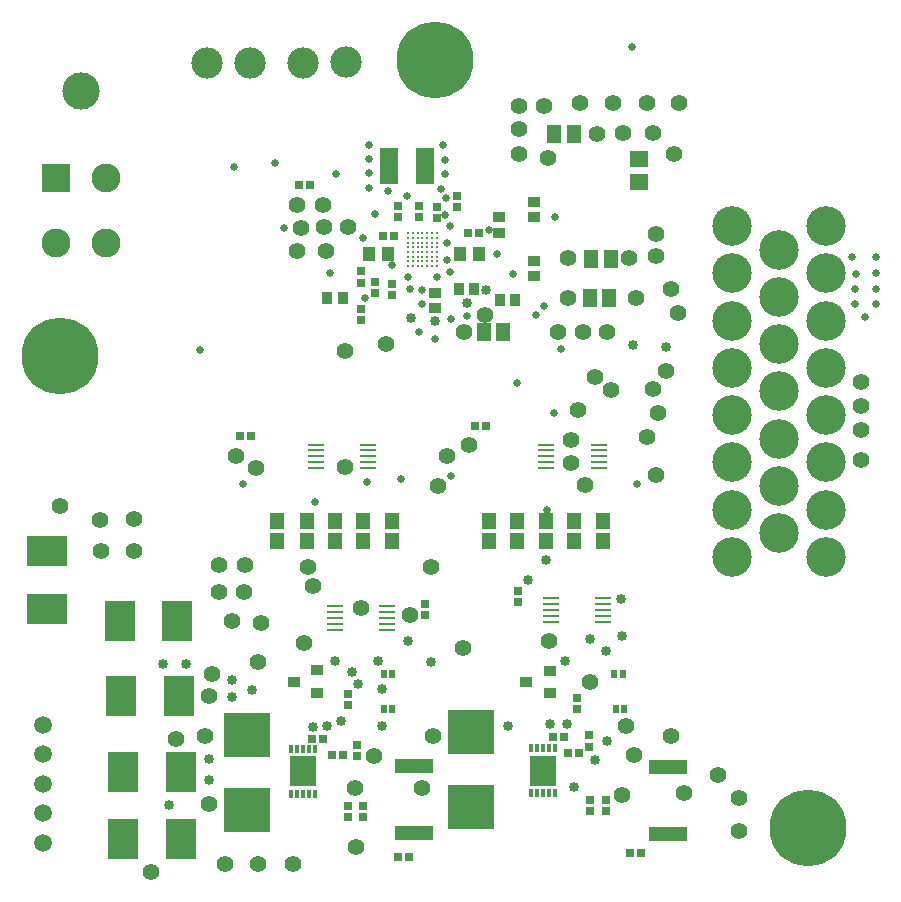
<source format=gts>
G04*
G04 #@! TF.GenerationSoftware,Altium Limited,Altium Designer,20.2.6 (244)*
G04*
G04 Layer_Color=8388736*
%FSLAX43Y43*%
%MOMM*%
G71*
G04*
G04 #@! TF.SameCoordinates,26D22392-77BC-4279-9484-9B9EAB7B2405*
G04*
G04*
G04 #@! TF.FilePolarity,Negative*
G04*
G01*
G75*
%ADD29C,0.279*%
%ADD30R,1.328X0.279*%
%ADD38R,3.208X1.155*%
%ADD39R,2.300X2.600*%
%ADD40R,0.300X0.790*%
%ADD44R,0.700X0.650*%
%ADD45R,1.300X1.500*%
%ADD46R,2.550X3.350*%
%ADD47R,3.900X3.850*%
%ADD48R,0.650X0.700*%
%ADD49R,0.750X0.750*%
%ADD50R,0.730X0.730*%
%ADD51R,0.730X0.730*%
%ADD52R,1.050X0.950*%
%ADD53R,0.500X0.750*%
%ADD54C,0.650*%
%ADD55R,1.000X0.850*%
%ADD56R,0.850X1.000*%
%ADD57R,1.050X1.150*%
%ADD58R,1.600X3.100*%
%ADD59R,1.250X1.400*%
%ADD60R,3.350X2.550*%
%ADD61R,1.650X1.450*%
%ADD62R,2.452X2.452*%
%ADD63C,2.452*%
%ADD64C,3.152*%
%ADD65C,3.350*%
%ADD66C,0.150*%
%ADD67C,6.508*%
%ADD68C,1.499*%
%ADD69C,2.650*%
%ADD70C,0.230*%
%ADD71C,1.420*%
%ADD72C,0.850*%
D29*
X37000Y52400D02*
D03*
X36600D02*
D03*
X36200D02*
D03*
X35800D02*
D03*
X35400D02*
D03*
X35000D02*
D03*
X34600D02*
D03*
X37000Y52800D02*
D03*
X36600D02*
D03*
X36200D02*
D03*
X35800D02*
D03*
X35400D02*
D03*
X35000D02*
D03*
X34600D02*
D03*
X37000Y53200D02*
D03*
X36600D02*
D03*
X36200D02*
D03*
X35800D02*
D03*
X35400D02*
D03*
X35000D02*
D03*
X34600D02*
D03*
X37000Y53600D02*
D03*
X36600D02*
D03*
X36200D02*
D03*
X35800D02*
D03*
X35400D02*
D03*
X35000D02*
D03*
X34600D02*
D03*
X37000Y54000D02*
D03*
X36600D02*
D03*
X36200D02*
D03*
X35800D02*
D03*
X35400D02*
D03*
X35000D02*
D03*
X34600D02*
D03*
X37000Y54400D02*
D03*
X36600D02*
D03*
X36200D02*
D03*
X35800D02*
D03*
X35400D02*
D03*
X35000D02*
D03*
X34600D02*
D03*
X37000Y54800D02*
D03*
X36600D02*
D03*
X36200D02*
D03*
X35800D02*
D03*
X35400D02*
D03*
X35000D02*
D03*
X34600D02*
D03*
X37000Y55200D02*
D03*
X36600D02*
D03*
X36200D02*
D03*
X35800D02*
D03*
X35400D02*
D03*
X35000D02*
D03*
X34600D02*
D03*
D30*
X28387Y21599D02*
D03*
Y22100D02*
D03*
Y22600D02*
D03*
Y23100D02*
D03*
Y23601D02*
D03*
X32813D02*
D03*
Y23100D02*
D03*
Y22600D02*
D03*
Y22100D02*
D03*
Y21599D02*
D03*
X46687Y22299D02*
D03*
Y22800D02*
D03*
Y23300D02*
D03*
Y23800D02*
D03*
Y24301D02*
D03*
X51113D02*
D03*
Y23800D02*
D03*
Y23300D02*
D03*
Y22800D02*
D03*
Y22299D02*
D03*
X26787Y35299D02*
D03*
Y35800D02*
D03*
Y36300D02*
D03*
Y36800D02*
D03*
Y37301D02*
D03*
X31213D02*
D03*
Y36800D02*
D03*
Y36300D02*
D03*
Y35800D02*
D03*
Y35299D02*
D03*
X46287D02*
D03*
Y35800D02*
D03*
Y36300D02*
D03*
Y36800D02*
D03*
Y37301D02*
D03*
X50713D02*
D03*
Y36800D02*
D03*
Y36300D02*
D03*
Y35800D02*
D03*
Y35299D02*
D03*
D38*
X56600Y4317D02*
D03*
Y10018D02*
D03*
X35104Y10076D02*
D03*
Y4374D02*
D03*
D39*
X46000Y9700D02*
D03*
X25704Y9625D02*
D03*
D40*
X45000Y11620D02*
D03*
X45500D02*
D03*
X46000D02*
D03*
X46500D02*
D03*
X47000D02*
D03*
Y7780D02*
D03*
X46500D02*
D03*
X46000D02*
D03*
X45500D02*
D03*
X45000D02*
D03*
X24704Y11545D02*
D03*
X25204D02*
D03*
X25704D02*
D03*
X26204D02*
D03*
X26704D02*
D03*
Y7705D02*
D03*
X26204D02*
D03*
X25704D02*
D03*
X25204D02*
D03*
X24704D02*
D03*
D44*
X29500Y6675D02*
D03*
Y5725D02*
D03*
X30800Y6675D02*
D03*
Y5725D02*
D03*
X49900Y11725D02*
D03*
Y12675D02*
D03*
X48900Y15875D02*
D03*
Y14925D02*
D03*
X33200Y50875D02*
D03*
Y49925D02*
D03*
X31800Y51075D02*
D03*
Y50125D02*
D03*
X30596Y51966D02*
D03*
Y51016D02*
D03*
X30600Y48775D02*
D03*
Y47825D02*
D03*
X50000Y6250D02*
D03*
Y7200D02*
D03*
X51300Y6250D02*
D03*
Y7200D02*
D03*
X29500Y15225D02*
D03*
Y16175D02*
D03*
X30288Y11875D02*
D03*
Y10925D02*
D03*
D45*
X46975Y63600D02*
D03*
X48625D02*
D03*
X51725Y53000D02*
D03*
X50075D02*
D03*
X49975Y49700D02*
D03*
X51625D02*
D03*
X40975Y46800D02*
D03*
X42625D02*
D03*
D46*
X10450Y3900D02*
D03*
X15350D02*
D03*
Y9600D02*
D03*
X10450D02*
D03*
X15150Y16000D02*
D03*
X10250D02*
D03*
X10150Y22400D02*
D03*
X15050D02*
D03*
D47*
X20900Y6325D02*
D03*
Y12675D02*
D03*
X39900Y12975D02*
D03*
Y6625D02*
D03*
D48*
X47775Y12500D02*
D03*
X46825D02*
D03*
X49075Y11200D02*
D03*
X48125D02*
D03*
X27375Y12400D02*
D03*
X26425D02*
D03*
X29075Y11000D02*
D03*
X28125D02*
D03*
D49*
X43900Y24860D02*
D03*
Y23940D02*
D03*
X36000Y23760D02*
D03*
Y22840D02*
D03*
D50*
X32486Y55000D02*
D03*
X33406D02*
D03*
X39640Y55200D02*
D03*
X40560D02*
D03*
X25340Y59300D02*
D03*
X26260D02*
D03*
X33740Y2400D02*
D03*
X34660D02*
D03*
X54260Y2700D02*
D03*
X53340D02*
D03*
X21260Y38000D02*
D03*
X20340D02*
D03*
X40240Y38900D02*
D03*
X41160D02*
D03*
D51*
X33700Y56540D02*
D03*
Y57460D02*
D03*
X35500D02*
D03*
Y56540D02*
D03*
X36996Y57414D02*
D03*
Y56494D02*
D03*
X38692Y57408D02*
D03*
Y58328D02*
D03*
D52*
X44600Y17200D02*
D03*
X46600Y18150D02*
D03*
Y16250D02*
D03*
X24904Y17225D02*
D03*
X26904Y18175D02*
D03*
Y16275D02*
D03*
D53*
X52750Y17900D02*
D03*
X52050D02*
D03*
X52850Y14900D02*
D03*
X52150D02*
D03*
X32550Y17900D02*
D03*
X33250D02*
D03*
X32550Y14900D02*
D03*
X33250D02*
D03*
D54*
X54000Y34000D02*
D03*
X34000Y34400D02*
D03*
X43800Y42500D02*
D03*
X47500Y45400D02*
D03*
X53500Y71000D02*
D03*
X46100Y49000D02*
D03*
X36900Y46200D02*
D03*
X35500Y46800D02*
D03*
X28000Y51800D02*
D03*
X17000Y45300D02*
D03*
X24100Y55600D02*
D03*
X28500Y60200D02*
D03*
X20600Y34000D02*
D03*
X46900Y40000D02*
D03*
X19800Y60800D02*
D03*
X34600Y51500D02*
D03*
X35800Y50400D02*
D03*
Y49200D02*
D03*
X34700Y50500D02*
D03*
X37900Y54400D02*
D03*
X37800Y58200D02*
D03*
X41400Y55500D02*
D03*
X31300Y59000D02*
D03*
X34482Y58373D02*
D03*
X31800Y56800D02*
D03*
X33200Y52500D02*
D03*
X38100Y51900D02*
D03*
X30800Y54800D02*
D03*
X23300Y61100D02*
D03*
X38148Y55824D02*
D03*
X37700Y56700D02*
D03*
X37000Y51500D02*
D03*
X37900Y52900D02*
D03*
X32900Y58800D02*
D03*
X26700Y32400D02*
D03*
X37403Y58925D02*
D03*
X31300Y62700D02*
D03*
X30900Y49700D02*
D03*
X31100Y34100D02*
D03*
X46300Y31800D02*
D03*
X73300Y48100D02*
D03*
X72400Y49200D02*
D03*
X74200D02*
D03*
Y50500D02*
D03*
X72200Y53200D02*
D03*
X74200D02*
D03*
Y51800D02*
D03*
X72400Y50500D02*
D03*
X72473Y51711D02*
D03*
X38200Y47900D02*
D03*
Y34600D02*
D03*
X47000Y56600D02*
D03*
X43500Y51700D02*
D03*
X45400Y48300D02*
D03*
X31300Y60300D02*
D03*
Y61500D02*
D03*
X37700Y60200D02*
D03*
X37573Y62627D02*
D03*
X37700Y61400D02*
D03*
X39600Y48200D02*
D03*
X42100Y53400D02*
D03*
D55*
X45200Y51550D02*
D03*
Y52850D02*
D03*
Y57850D02*
D03*
Y56550D02*
D03*
X36900Y50150D02*
D03*
Y48850D02*
D03*
X42300Y56550D02*
D03*
Y55250D02*
D03*
D56*
X43650Y49500D02*
D03*
X42350D02*
D03*
X38850Y50500D02*
D03*
X40150D02*
D03*
X29050Y49700D02*
D03*
X27750D02*
D03*
D57*
X39000Y53400D02*
D03*
X40600D02*
D03*
X32900Y53446D02*
D03*
X31300D02*
D03*
D58*
X32950Y60900D02*
D03*
X36050D02*
D03*
D59*
X46237Y29150D02*
D03*
Y30850D02*
D03*
X41429Y29150D02*
D03*
Y30850D02*
D03*
X43833Y29150D02*
D03*
Y30850D02*
D03*
X48642Y29150D02*
D03*
Y30850D02*
D03*
X51046Y29150D02*
D03*
Y30850D02*
D03*
X28400Y29150D02*
D03*
Y30850D02*
D03*
X23496Y29150D02*
D03*
Y30850D02*
D03*
X25996Y29150D02*
D03*
Y30850D02*
D03*
X30804Y29150D02*
D03*
Y30850D02*
D03*
X33209Y29150D02*
D03*
Y30850D02*
D03*
D60*
X4000Y28250D02*
D03*
Y23350D02*
D03*
D61*
X54100Y61450D02*
D03*
Y59550D02*
D03*
D62*
X4800Y59900D02*
D03*
D63*
X9000D02*
D03*
X4800Y54400D02*
D03*
X9000D02*
D03*
D64*
X6900Y67200D02*
D03*
D65*
X62000Y27800D02*
D03*
Y31800D02*
D03*
Y35800D02*
D03*
Y39800D02*
D03*
Y43800D02*
D03*
X66000Y29800D02*
D03*
Y33800D02*
D03*
Y37800D02*
D03*
Y41800D02*
D03*
X70000Y27800D02*
D03*
Y31800D02*
D03*
Y35800D02*
D03*
Y39800D02*
D03*
Y43800D02*
D03*
Y55800D02*
D03*
Y51800D02*
D03*
Y47800D02*
D03*
X66000Y53800D02*
D03*
Y49800D02*
D03*
Y45800D02*
D03*
X62000Y55800D02*
D03*
Y51800D02*
D03*
Y47800D02*
D03*
D66*
X66500Y21300D02*
D03*
Y62300D02*
D03*
D67*
X36900Y69900D02*
D03*
X68400Y4800D02*
D03*
X5100Y44800D02*
D03*
D68*
X3700Y13576D02*
D03*
Y11076D02*
D03*
Y8576D02*
D03*
Y6076D02*
D03*
Y3576D02*
D03*
D69*
X25670Y69600D02*
D03*
X29330Y69651D02*
D03*
X21200Y69600D02*
D03*
X17540D02*
D03*
D70*
X35800Y55200D02*
D03*
X36600Y55200D02*
D03*
X36200Y54800D02*
D03*
X36600Y54400D02*
D03*
Y53200D02*
D03*
Y54800D02*
D03*
X36200Y53600D02*
D03*
X36600Y54000D02*
D03*
Y52800D02*
D03*
Y52400D02*
D03*
X36200Y52800D02*
D03*
X35000Y52400D02*
D03*
X35800Y52800D02*
D03*
X36200Y55200D02*
D03*
X35800Y54800D02*
D03*
X34600Y53200D02*
D03*
X35400Y52800D02*
D03*
X35800Y53200D02*
D03*
X34600Y54000D02*
D03*
X34600Y54400D02*
D03*
X35800Y54400D02*
D03*
Y54000D02*
D03*
X34600Y55200D02*
D03*
Y54800D02*
D03*
X35400Y54400D02*
D03*
Y54800D02*
D03*
Y55200D02*
D03*
X36200Y53200D02*
D03*
X35800Y53600D02*
D03*
X35400Y54000D02*
D03*
Y53600D02*
D03*
X36200Y54000D02*
D03*
Y54400D02*
D03*
D71*
X25500Y55600D02*
D03*
X27500Y55700D02*
D03*
X25200Y57600D02*
D03*
X27400D02*
D03*
X27600Y53700D02*
D03*
X25200D02*
D03*
X52700Y7600D02*
D03*
X30100Y8200D02*
D03*
X57469Y48468D02*
D03*
X56400Y43500D02*
D03*
X55300Y42000D02*
D03*
X51800Y41900D02*
D03*
X34736Y22836D02*
D03*
X12800Y1100D02*
D03*
X24800Y1800D02*
D03*
X21900D02*
D03*
X62600Y4600D02*
D03*
X60800Y9300D02*
D03*
X62600Y7400D02*
D03*
X53700Y11000D02*
D03*
X17700Y6900D02*
D03*
X17400Y12600D02*
D03*
X17700Y16000D02*
D03*
X5100Y32100D02*
D03*
X8500Y30900D02*
D03*
X11400Y31000D02*
D03*
Y28300D02*
D03*
X20800Y27100D02*
D03*
X18600D02*
D03*
Y24800D02*
D03*
X20700D02*
D03*
X30200Y3200D02*
D03*
X56800Y12600D02*
D03*
X35800Y8200D02*
D03*
X31700Y10900D02*
D03*
X26100Y26900D02*
D03*
X39700Y37300D02*
D03*
X37900Y36300D02*
D03*
X49000Y40200D02*
D03*
X21700Y35300D02*
D03*
X29200Y45200D02*
D03*
X48100Y49700D02*
D03*
Y53100D02*
D03*
X41100Y48300D02*
D03*
X39300Y46800D02*
D03*
X50400Y43000D02*
D03*
X47300Y46800D02*
D03*
X49400D02*
D03*
X51400D02*
D03*
X72900Y36000D02*
D03*
Y38500D02*
D03*
Y40600D02*
D03*
Y42600D02*
D03*
X46400Y61600D02*
D03*
X44000Y61900D02*
D03*
Y64000D02*
D03*
Y66000D02*
D03*
X46100Y66000D02*
D03*
X32700Y45800D02*
D03*
X53900Y49700D02*
D03*
X53300Y53100D02*
D03*
X20000Y36300D02*
D03*
X29200Y35400D02*
D03*
X48400Y37700D02*
D03*
X29500Y55700D02*
D03*
X57100Y61900D02*
D03*
X57500Y66200D02*
D03*
X54800D02*
D03*
X51900D02*
D03*
X49100D02*
D03*
X52800Y63700D02*
D03*
X55300D02*
D03*
X50600Y63600D02*
D03*
X56800Y50500D02*
D03*
X55600Y53300D02*
D03*
X37100Y33800D02*
D03*
X48400Y35700D02*
D03*
X49600Y33900D02*
D03*
X50000Y17200D02*
D03*
X36700Y12600D02*
D03*
X26500Y25300D02*
D03*
X19100Y1800D02*
D03*
X53000Y13500D02*
D03*
X30600Y23500D02*
D03*
X22100Y22200D02*
D03*
X14900Y12400D02*
D03*
X57900Y7800D02*
D03*
X18000Y17900D02*
D03*
X46500Y20700D02*
D03*
X21900Y18900D02*
D03*
X25800Y20500D02*
D03*
X39200Y20100D02*
D03*
X8550Y28250D02*
D03*
X36500Y26900D02*
D03*
X19700Y22400D02*
D03*
X55700Y40000D02*
D03*
X55600Y34700D02*
D03*
X54800Y37900D02*
D03*
X55600Y55100D02*
D03*
D72*
X34845Y48000D02*
D03*
X28873Y13900D02*
D03*
X32000Y19000D02*
D03*
X56400Y45600D02*
D03*
X34600Y20700D02*
D03*
X43000Y13500D02*
D03*
X30300Y17000D02*
D03*
X50000Y20800D02*
D03*
X52700Y21100D02*
D03*
X29850Y18050D02*
D03*
X44700Y25800D02*
D03*
X19700Y17400D02*
D03*
X21400Y16500D02*
D03*
X19700Y15900D02*
D03*
X17700Y8900D02*
D03*
Y10700D02*
D03*
X14300Y6800D02*
D03*
X15800Y18700D02*
D03*
X13800D02*
D03*
X32400Y16600D02*
D03*
X53600Y45753D02*
D03*
X36900Y47800D02*
D03*
X41200Y50400D02*
D03*
X39600Y49300D02*
D03*
X36500Y18900D02*
D03*
X32400Y13500D02*
D03*
X27700D02*
D03*
X48000Y13600D02*
D03*
X46600D02*
D03*
X46237Y27500D02*
D03*
X51300Y19800D02*
D03*
X52600Y24200D02*
D03*
X47900Y19000D02*
D03*
X50400Y10600D02*
D03*
X48600Y8300D02*
D03*
X51400Y12200D02*
D03*
X26500Y13400D02*
D03*
X28400Y19000D02*
D03*
M02*

</source>
